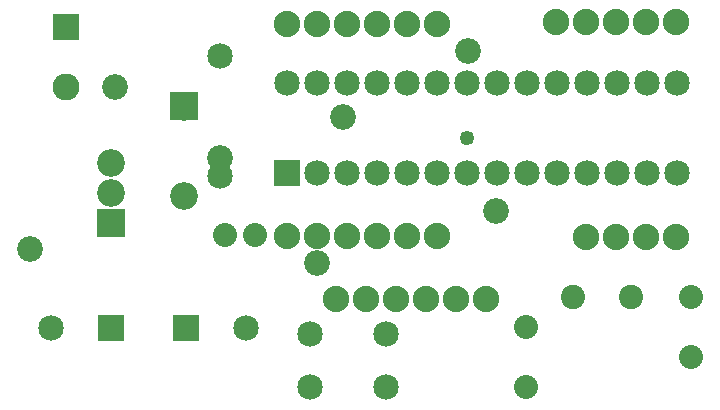
<source format=gts>
G04 MADE WITH FRITZING*
G04 WWW.FRITZING.ORG*
G04 DOUBLE SIDED*
G04 HOLES PLATED*
G04 CONTOUR ON CENTER OF CONTOUR VECTOR*
%ASAXBY*%
%FSLAX23Y23*%
%MOIN*%
%OFA0B0*%
%SFA1.0B1.0*%
%ADD10C,0.049370*%
%ADD11C,0.085000*%
%ADD12C,0.092000*%
%ADD13C,0.080925*%
%ADD14C,0.080866*%
%ADD15C,0.080000*%
%ADD16C,0.090000*%
%ADD17C,0.085433*%
%ADD18C,0.088000*%
%ADD19R,0.085000X0.085000*%
%ADD20R,0.092000X0.092000*%
%ADD21R,0.090000X0.090000*%
%LNMASK1*%
G90*
G70*
G54D10*
X1529Y891D03*
G54D11*
X342Y257D03*
X142Y257D03*
X592Y257D03*
X792Y257D03*
X1005Y237D03*
X1261Y237D03*
X1005Y59D03*
X1261Y59D03*
G54D12*
X585Y995D03*
X585Y697D03*
X585Y995D03*
X585Y697D03*
X342Y607D03*
X342Y707D03*
X342Y807D03*
G54D11*
X705Y1165D03*
X705Y765D03*
G54D13*
X2075Y361D03*
G54D14*
X1882Y360D03*
G54D15*
X2277Y359D03*
X2277Y159D03*
X823Y567D03*
X723Y567D03*
X1726Y60D03*
X1726Y260D03*
G54D16*
X193Y1260D03*
X193Y1060D03*
G54D17*
X357Y1061D03*
X1626Y647D03*
X1030Y473D03*
X1532Y1180D03*
X1118Y960D03*
G54D11*
X929Y773D03*
X929Y1073D03*
X1029Y773D03*
X1029Y1073D03*
X1129Y773D03*
X1129Y1073D03*
X1229Y773D03*
X1229Y1073D03*
X1329Y773D03*
X1329Y1073D03*
X1429Y773D03*
X1429Y1073D03*
X1529Y773D03*
X1529Y1073D03*
X1629Y773D03*
X1629Y1073D03*
X1729Y773D03*
X1729Y1073D03*
X1829Y773D03*
X1829Y1073D03*
X1929Y773D03*
X1929Y1073D03*
X2029Y773D03*
X2029Y1073D03*
X2129Y773D03*
X2129Y1073D03*
X2229Y773D03*
X2229Y1073D03*
G54D18*
X1093Y354D03*
X1193Y354D03*
X1293Y354D03*
X1393Y354D03*
X1493Y354D03*
X1593Y354D03*
X929Y1270D03*
X1029Y1270D03*
X1129Y1270D03*
X1229Y1270D03*
X1329Y1270D03*
X1429Y1270D03*
X1827Y1276D03*
X1927Y1276D03*
X2027Y1276D03*
X2127Y1276D03*
X2227Y1276D03*
X1928Y559D03*
X2028Y559D03*
X2128Y559D03*
X2228Y559D03*
X929Y565D03*
X1029Y565D03*
X1129Y565D03*
X1229Y565D03*
X1329Y565D03*
X1429Y565D03*
G54D17*
X73Y521D03*
X707Y824D03*
G54D19*
X342Y257D03*
X592Y257D03*
G54D20*
X585Y996D03*
X585Y996D03*
X342Y607D03*
G54D21*
X193Y1260D03*
G54D19*
X929Y773D03*
G04 End of Mask1*
M02*
</source>
